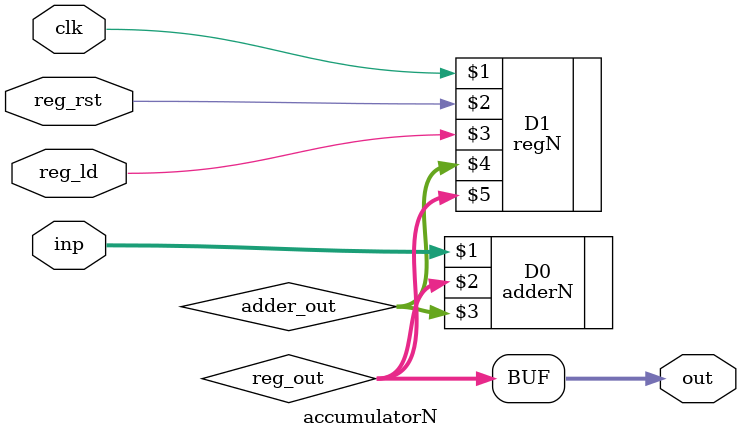
<source format=v>
`timescale 1ns / 1ps
module accumulatorN #(parameter N = 18)(clk,
    inp, reg_rst, reg_ld, out);
    input [N-1 : 0] inp;
    input clk, reg_rst, reg_ld;
    output [N-1 : 0] out;

    wire [N-1 : 0] reg_out, adder_out;

    adderN #(N) D0 (inp, reg_out, adder_out);
    regN  #(N) D1 (clk, reg_rst, reg_ld,
        adder_out, reg_out);

    assign out = reg_out ;
endmodule

</source>
